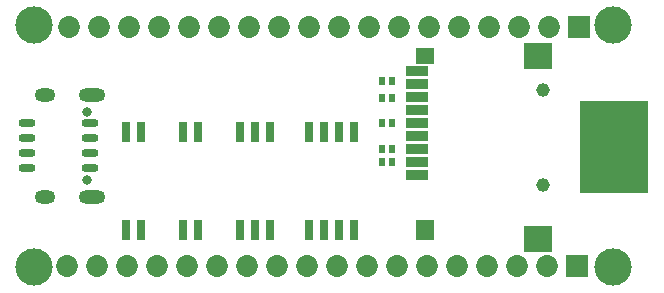
<source format=gbs>
G04*
G04 #@! TF.GenerationSoftware,Altium Limited,Altium Designer,20.0.13 (296)*
G04*
G04 Layer_Color=16711935*
%FSLAX25Y25*%
%MOIN*%
G70*
G01*
G75*
%ADD35R,0.22500X0.31000*%
%ADD36R,0.02175X0.02568*%
%ADD53C,0.12411*%
%ADD54R,0.07293X0.07293*%
%ADD55C,0.07293*%
%ADD56C,0.04537*%
%ADD57O,0.08868X0.04537*%
%ADD58O,0.06899X0.04537*%
%ADD59C,0.03159*%
%ADD75R,0.03159X0.06506*%
%ADD76R,0.07687X0.03356*%
%ADD77R,0.06112X0.05324*%
%ADD78R,0.09261X0.08600*%
%ADD79R,0.06112X0.06899*%
%ADD80O,0.05718X0.02568*%
D35*
X193250Y40000D02*
D03*
D36*
X119272Y62000D02*
D03*
X115729Y62000D02*
D03*
X115827Y56500D02*
D03*
X119173D02*
D03*
X115827Y35000D02*
D03*
X119173D02*
D03*
X115827Y39500D02*
D03*
X119173D02*
D03*
X115827Y48000D02*
D03*
X119173D02*
D03*
D53*
X192913Y80709D02*
D03*
Y0D02*
D03*
X0D02*
D03*
Y80709D02*
D03*
D54*
X181500Y80000D02*
D03*
X181000Y500D02*
D03*
D55*
X171500Y80000D02*
D03*
X161500D02*
D03*
X151500D02*
D03*
X141500D02*
D03*
X131500D02*
D03*
X121500D02*
D03*
X111500D02*
D03*
X101500D02*
D03*
X91500D02*
D03*
X81500D02*
D03*
X71500D02*
D03*
X61500D02*
D03*
X51500D02*
D03*
X41500D02*
D03*
X31500D02*
D03*
X21500D02*
D03*
X11500D02*
D03*
X11000Y500D02*
D03*
X21000D02*
D03*
X31000D02*
D03*
X41000D02*
D03*
X51000D02*
D03*
X61000D02*
D03*
X71000D02*
D03*
X81000D02*
D03*
X91000D02*
D03*
X101000D02*
D03*
X111000D02*
D03*
X121000D02*
D03*
X131000D02*
D03*
X141000D02*
D03*
X151000D02*
D03*
X161000D02*
D03*
X171000D02*
D03*
D56*
X169500Y59000D02*
D03*
Y27504D02*
D03*
D57*
X19327Y57528D02*
D03*
Y23472D02*
D03*
D58*
X3579Y57528D02*
D03*
Y23472D02*
D03*
D59*
X17358Y29122D02*
D03*
Y51878D02*
D03*
D75*
X106500Y45048D02*
D03*
X101500D02*
D03*
X91500Y12371D02*
D03*
X96500D02*
D03*
X101500D02*
D03*
X106500D02*
D03*
X91500Y45048D02*
D03*
X96500D02*
D03*
X68500Y45000D02*
D03*
Y12323D02*
D03*
X73500D02*
D03*
X78500D02*
D03*
X73500Y45000D02*
D03*
X78500D02*
D03*
X54500Y12371D02*
D03*
X49500D02*
D03*
Y45048D02*
D03*
X54500D02*
D03*
X35500Y12371D02*
D03*
X30500D02*
D03*
Y45048D02*
D03*
X35500D02*
D03*
D76*
X127662Y52307D02*
D03*
Y65299D02*
D03*
Y60969D02*
D03*
Y56638D02*
D03*
Y47976D02*
D03*
Y43646D02*
D03*
Y39315D02*
D03*
Y34984D02*
D03*
Y30654D02*
D03*
D77*
X130130Y70417D02*
D03*
D78*
X167926D02*
D03*
Y9394D02*
D03*
D79*
X130130Y12543D02*
D03*
D80*
X18433Y48000D02*
D03*
Y43000D02*
D03*
Y38000D02*
D03*
Y33000D02*
D03*
X-2433Y48000D02*
D03*
Y43000D02*
D03*
Y38000D02*
D03*
Y33000D02*
D03*
M02*

</source>
